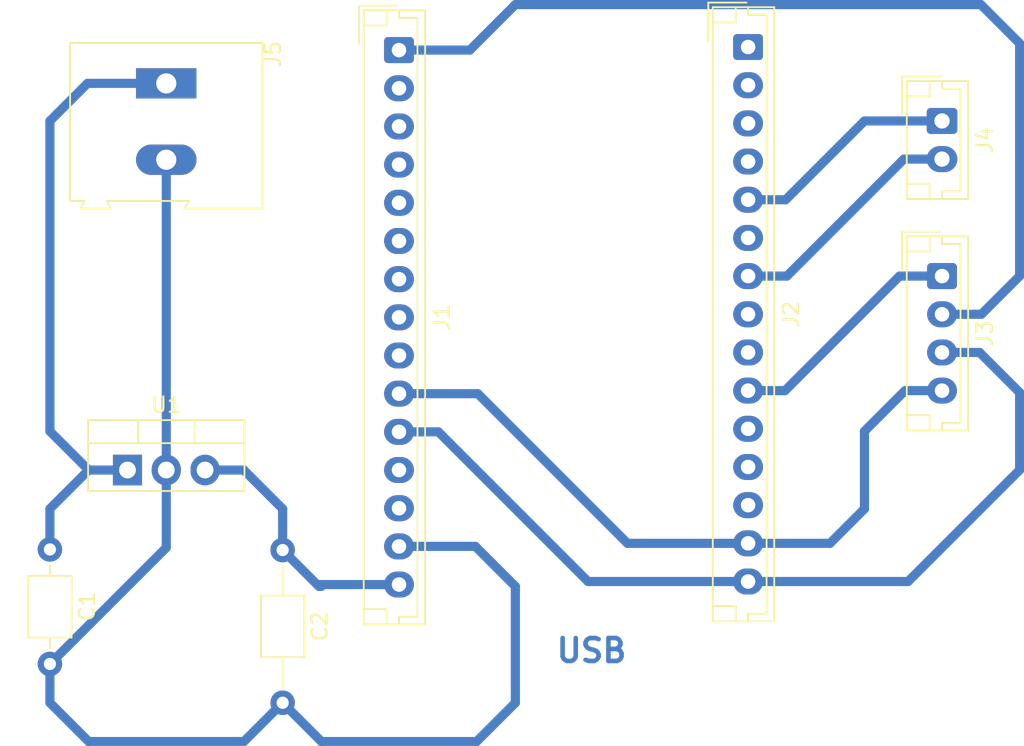
<source format=kicad_pcb>
(kicad_pcb (version 20221018) (generator pcbnew)
  (layers (0 "F.Cu" signal) (31 "B.Cu" signal) (34 "B.Paste" user) (35 "F.Paste" user) (36 "B.SilkS" user "B.Silkscreen") (37 "F.SilkS" user "F.Silkscreen") (38 "B.Mask" user) (39 "F.Mask" user) (44 "Edge.Cuts" user))
  (net 0 "")
  (net 1 "/+9V")
  (net 2 "/GND")
  (net 3 "/VIN")
  (net 4 "/A0")
  (net 5 "/G")
  (net 6 "/VU")
  (net 7 "/S3")
  (net 8 "/S2")
  (net 9 "/S1")
  (net 10 "/SC")
  (net 11 "/S0")
  (net 12 "/SK")
  (net 13 "/3V")
  (net 14 "/EN")
  (net 15 "/RST")
  (net 16 "/D0")
  (net 17 "/D1")
  (net 18 "/D2")
  (net 19 "/D3")
  (net 20 "/D4")
  (net 21 "/D5")
  (net 22 "/D6")
  (net 23 "/D7")
  (net 24 "/D8")
  (net 25 "/RX")
  (net 26 "/TX")
  (footprint "Connector_JST:JST_EH_B15B-EH-A_1x15_P2.50mm_Vertical" (layer "F.Cu") (at 142.24 73.9 -90)
    (fp_text reference "J2" (at 17.5 -2.8 90) (layer "F.SilkS"))
    (fp_text value "right")
    (fp_line (start -2.91 0.11) (end -2.91 2.61) (stroke (width 0.12)) (layer "F.SilkS"))
    (fp_line (start -2.91 2.61) (end -0.41 2.61) (stroke (width 0.12)) (layer "F.SilkS"))
    (fp_line (start -2.61 -1.71) (end -2.61 2.31) (stroke (width 0.12)) (layer "F.SilkS"))
    (fp_line (start -2.61 0) (end -2.11 0) (stroke (width 0.12)) (layer "F.SilkS"))
    (fp_line (start -2.61 0.81) (end -1.61 0.81) (stroke (width 0.12)) (layer "F.SilkS"))
    (fp_line (start -2.61 2.31) (end 37.61 2.31) (stroke (width 0.12)) (layer "F.SilkS"))
    (fp_line (start -2.11 -1.21) (end 37.11 -1.21) (stroke (width 0.12)) (layer "F.SilkS"))
    (fp_line (start -2.11 0) (end -2.11 -1.21) (stroke (width 0.12)) (layer "F.SilkS"))
    (fp_line (start -1.61 0.81) (end -1.61 2.31) (stroke (width 0.12)) (layer "F.SilkS"))
    (fp_line (start 36.61 0.81) (end 36.61 2.31) (stroke (width 0.12)) (layer "F.SilkS"))
    (fp_line (start 37.11 -1.21) (end 37.11 0) (stroke (width 0.12)) (layer "F.SilkS"))
    (fp_line (start 37.11 0) (end 37.61 0) (stroke (width 0.12)) (layer "F.SilkS"))
    (fp_line (start 37.61 -1.71) (end -2.61 -1.71) (stroke (width 0.12)) (layer "F.SilkS"))
    (fp_line (start 37.61 0.81) (end 36.61 0.81) (stroke (width 0.12)) (layer "F.SilkS"))
    (fp_line (start 37.61 2.31) (end 37.61 -1.71) (stroke (width 0.12)) (layer "F.SilkS"))
    (pad "1" thru_hole roundrect (at 0 0 270) (size 1.7 1.95) (drill 0.95) (layers "*.Cu" "*.Mask") (roundrect_rratio 0.147059) (net 16 "/D0"))
    (pad "2" thru_hole oval (at 2.5 0 270) (size 1.7 1.95) (drill 0.95) (layers "*.Cu" "*.Mask") (net 17 "/D1"))
    (pad "3" thru_hole oval (at 5 0 270) (size 1.7 1.95) (drill 0.95) (layers "*.Cu" "*.Mask") (net 18 "/D2"))
    (pad "4" thru_hole oval (at 7.5 0 270) (size 1.7 1.95) (drill 0.95) (layers "*.Cu" "*.Mask") (net 19 "/D3"))
    (pad "5" thru_hole oval (at 10 0 270) (size 1.7 1.95) (drill 0.95) (layers "*.Cu" "*.Mask") (net 20 "/D4"))
    (pad "6" thru_hole oval (at 12.5 0 270) (size 1.7 1.95) (drill 0.95) (layers "*.Cu" "*.Mask") (net 13 "/3V"))
    (pad "7" thru_hole oval (at 15 0 270) (size 1.7 1.95) (drill 0.95) (layers "*.Cu" "*.Mask") (net 2 "/GND"))
    (pad "8" thru_hole oval (at 17.5 0 270) (size 1.7 1.95) (drill 0.95) (layers "*.Cu" "*.Mask") (net 21 "/D5"))
    (pad "9" thru_hole oval (at 20 0 270) (size 1.7 1.95) (drill 0.95) (layers "*.Cu" "*.Mask") (net 22 "/D6"))
    (pad "10" thru_hole oval (at 22.5 0 270) (size 1.7 1.95) (drill 0.95) (layers "*.Cu" "*.Mask") (net 23 "/D7"))
    (pad "11" thru_hole oval (at 25 0 270) (size 1.7 1.95) (drill 0.95) (layers "*.Cu" "*.Mask") (net 24 "/D8"))
    (pad "12" thru_hole oval (at 27.5 0 270) (size 1.7 1.95) (drill 0.95) (layers "*.Cu" "*.Mask") (net 25 "/RX"))
    (pad "13" thru_hole oval (at 30 0 270) (size 1.7 1.95) (drill 0.95) (layers "*.Cu" "*.Mask") (net 26 "/TX"))
    (pad "14" thru_hole oval (at 32.5 0 270) (size 1.7 1.95) (drill 0.95) (layers "*.Cu" "*.Mask") (net 2 "/GND"))
    (pad "15" thru_hole oval (at 35 0 270) (size 1.7 1.95) (drill 0.95) (layers "*.Cu" "*.Mask") (net 13 "/3V"))
  )
  (footprint "Capacitor_THT:C_Axial_L3.8mm_D2.6mm_P10.00mm_Horizontal" (layer "F.Cu") (at 111.76 106.84 -90)
    (fp_text reference "C2" (at 5 -2.42 90) (layer "F.SilkS"))
    (fp_text value "0.1u")
    (fp_line (start 1.04 0) (end 2.98 0) (stroke (width 0.12)) (layer "F.SilkS"))
    (fp_line (start 2.98 -1.42) (end 2.98 1.42) (stroke (width 0.12)) (layer "F.SilkS"))
    (fp_line (start 2.98 1.42) (end 7.02 1.42) (stroke (width 0.12)) (layer "F.SilkS"))
    (fp_line (start 7.02 -1.42) (end 2.98 -1.42) (stroke (width 0.12)) (layer "F.SilkS"))
    (fp_line (start 7.02 1.42) (end 7.02 -1.42) (stroke (width 0.12)) (layer "F.SilkS"))
    (fp_line (start 8.96 0) (end 7.02 0) (stroke (width 0.12)) (layer "F.SilkS"))
    (pad "1" thru_hole circle (at 0 0 270) (size 1.6 1.6) (drill 0.8) (layers "*.Cu" "*.Mask") (net 3 "/VIN"))
    (pad "2" thru_hole oval (at 10 0 270) (size 1.6 1.6) (drill 0.8) (layers "*.Cu" "*.Mask") (net 2 "/GND"))
  )
  (footprint "Capacitor_THT:C_Axial_L3.8mm_D2.6mm_P7.50mm_Horizontal" (layer "F.Cu") (at 96.52 106.8 -90)
    (fp_text reference "C1" (at 3.75 -2.42 90) (layer "F.SilkS"))
    (fp_text value "0.22u")
    (fp_line (start 1.04 0) (end 1.73 0) (stroke (width 0.12)) (layer "F.SilkS"))
    (fp_line (start 1.73 -1.42) (end 1.73 1.42) (stroke (width 0.12)) (layer "F.SilkS"))
    (fp_line (start 1.73 1.42) (end 5.77 1.42) (stroke (width 0.12)) (layer "F.SilkS"))
    (fp_line (start 5.77 -1.42) (end 1.73 -1.42) (stroke (width 0.12)) (layer "F.SilkS"))
    (fp_line (start 5.77 1.42) (end 5.77 -1.42) (stroke (width 0.12)) (layer "F.SilkS"))
    (fp_line (start 6.46 0) (end 5.77 0) (stroke (width 0.12)) (layer "F.SilkS"))
    (pad "1" thru_hole circle (at 0 0 270) (size 1.6 1.6) (drill 0.8) (layers "*.Cu" "*.Mask") (net 1 "/+9V"))
    (pad "2" thru_hole oval (at 7.5 0 270) (size 1.6 1.6) (drill 0.8) (layers "*.Cu" "*.Mask") (net 2 "/GND"))
  )
  (footprint "Connector_JST:JST_EH_B15B-EH-A_1x15_P2.50mm_Vertical" (layer "F.Cu") (at 119.38 74.1 -90)
    (fp_text reference "J1" (at 17.5 -2.8 90) (layer "F.SilkS"))
    (fp_text value "left")
    (fp_line (start -2.91 0.11) (end -2.91 2.61) (stroke (width 0.12)) (layer "F.SilkS"))
    (fp_line (start -2.91 2.61) (end -0.41 2.61) (stroke (width 0.12)) (layer "F.SilkS"))
    (fp_line (start -2.61 -1.71) (end -2.61 2.31) (stroke (width 0.12)) (layer "F.SilkS"))
    (fp_line (start -2.61 0) (end -2.11 0) (stroke (width 0.12)) (layer "F.SilkS"))
    (fp_line (start -2.61 0.81) (end -1.61 0.81) (stroke (width 0.12)) (layer "F.SilkS"))
    (fp_line (start -2.61 2.31) (end 37.61 2.31) (stroke (width 0.12)) (layer "F.SilkS"))
    (fp_line (start -2.11 -1.21) (end 37.11 -1.21) (stroke (width 0.12)) (layer "F.SilkS"))
    (fp_line (start -2.11 0) (end -2.11 -1.21) (stroke (width 0.12)) (layer "F.SilkS"))
    (fp_line (start -1.61 0.81) (end -1.61 2.31) (stroke (width 0.12)) (layer "F.SilkS"))
    (fp_line (start 36.61 0.81) (end 36.61 2.31) (stroke (width 0.12)) (layer "F.SilkS"))
    (fp_line (start 37.11 -1.21) (end 37.11 0) (stroke (width 0.12)) (layer "F.SilkS"))
    (fp_line (start 37.11 0) (end 37.61 0) (stroke (width 0.12)) (layer "F.SilkS"))
    (fp_line (start 37.61 -1.71) (end -2.61 -1.71) (stroke (width 0.12)) (layer "F.SilkS"))
    (fp_line (start 37.61 0.81) (end 36.61 0.81) (stroke (width 0.12)) (layer "F.SilkS"))
    (fp_line (start 37.61 2.31) (end 37.61 -1.71) (stroke (width 0.12)) (layer "F.SilkS"))
    (pad "1" thru_hole roundrect (at 0 0 270) (size 1.7 1.95) (drill 0.95) (layers "*.Cu" "*.Mask") (roundrect_rratio 0.147059) (net 4 "/A0"))
    (pad "2" thru_hole oval (at 2.5 0 270) (size 1.7 1.95) (drill 0.95) (layers "*.Cu" "*.Mask") (net 5 "/G"))
    (pad "3" thru_hole oval (at 5 0 270) (size 1.7 1.95) (drill 0.95) (layers "*.Cu" "*.Mask") (net 6 "/VU"))
    (pad "4" thru_hole oval (at 7.5 0 270) (size 1.7 1.95) (drill 0.95) (layers "*.Cu" "*.Mask") (net 7 "/S3"))
    (pad "5" thru_hole oval (at 10 0 270) (size 1.7 1.95) (drill 0.95) (layers "*.Cu" "*.Mask") (net 8 "/S2"))
    (pad "6" thru_hole oval (at 12.5 0 270) (size 1.7 1.95) (drill 0.95) (layers "*.Cu" "*.Mask") (net 9 "/S1"))
    (pad "7" thru_hole oval (at 15 0 270) (size 1.7 1.95) (drill 0.95) (layers "*.Cu" "*.Mask") (net 10 "/SC"))
    (pad "8" thru_hole oval (at 17.5 0 270) (size 1.7 1.95) (drill 0.95) (layers "*.Cu" "*.Mask") (net 11 "/S0"))
    (pad "9" thru_hole oval (at 20 0 270) (size 1.7 1.95) (drill 0.95) (layers "*.Cu" "*.Mask") (net 12 "/SK"))
    (pad "10" thru_hole oval (at 22.5 0 270) (size 1.7 1.95) (drill 0.95) (layers "*.Cu" "*.Mask") (net 2 "/GND"))
    (pad "11" thru_hole oval (at 25 0 270) (size 1.7 1.95) (drill 0.95) (layers "*.Cu" "*.Mask") (net 13 "/3V"))
    (pad "12" thru_hole oval (at 27.5 0 270) (size 1.7 1.95) (drill 0.95) (layers "*.Cu" "*.Mask") (net 14 "/EN"))
    (pad "13" thru_hole oval (at 30 0 270) (size 1.7 1.95) (drill 0.95) (layers "*.Cu" "*.Mask") (net 15 "/RST"))
    (pad "14" thru_hole oval (at 32.5 0 270) (size 1.7 1.95) (drill 0.95) (layers "*.Cu" "*.Mask") (net 2 "/GND"))
    (pad "15" thru_hole oval (at 35 0 270) (size 1.7 1.95) (drill 0.95) (layers "*.Cu" "*.Mask") (net 3 "/VIN"))
  )
  (footprint "Package_TO_SOT_THT:TO-220-3_Vertical" (layer "F.Cu") (at 101.6 101.6)
    (fp_text reference "U1" (at 2.54 -4.27) (layer "F.SilkS"))
    (fp_text value "LM7805_TO220")
    (fp_line (start -2.58 -3.27) (end -2.58 1.371) (stroke (width 0.12)) (layer "F.SilkS"))
    (fp_line (start -2.58 -3.27) (end 7.66 -3.27) (stroke (width 0.12)) (layer "F.SilkS"))
    (fp_line (start -2.58 -1.76) (end 7.66 -1.76) (stroke (width 0.12)) (layer "F.SilkS"))
    (fp_line (start -2.58 1.371) (end 7.66 1.371) (stroke (width 0.12)) (layer "F.SilkS"))
    (fp_line (start 0.69 -3.27) (end 0.69 -1.76) (stroke (width 0.12)) (layer "F.SilkS"))
    (fp_line (start 4.391 -3.27) (end 4.391 -1.76) (stroke (width 0.12)) (layer "F.SilkS"))
    (fp_line (start 7.66 -3.27) (end 7.66 1.371) (stroke (width 0.12)) (layer "F.SilkS"))
    (pad "1" thru_hole rect (at 0 0) (size 1.905 2) (drill 1.1) (layers "*.Cu" "*.Mask") (net 1 "/+9V"))
    (pad "2" thru_hole oval (at 2.54 0) (size 1.905 2) (drill 1.1) (layers "*.Cu" "*.Mask") (net 2 "/GND"))
    (pad "3" thru_hole oval (at 5.08 0) (size 1.905 2) (drill 1.1) (layers "*.Cu" "*.Mask") (net 3 "/VIN"))
  )
  (footprint "TerminalBlock:TerminalBlock_Altech_AK300-2_P5.00mm" (layer "F.Cu") (at 104.14 76.28 -90)
    (fp_text reference "J5" (at -1.92 -6.99 90) (layer "F.SilkS"))
    (fp_text value "Battery")
    (fp_line (start -2.65 -6.3) (end -2.65 6.3) (stroke (width 0.12)) (layer "F.SilkS"))
    (fp_line (start -2.65 6.3) (end 7.7 6.3) (stroke (width 0.12)) (layer "F.SilkS"))
    (fp_line (start 7.7 -1.5) (end 8.2 -1.2) (stroke (width 0.12)) (layer "F.SilkS"))
    (fp_line (start 7.7 3.9) (end 7.7 -1.5) (stroke (width 0.12)) (layer "F.SilkS"))
    (fp_line (start 7.7 5.35) (end 8.2 5.6) (stroke (width 0.12)) (layer "F.SilkS"))
    (fp_line (start 7.7 6.3) (end 7.7 5.35) (stroke (width 0.12)) (layer "F.SilkS"))
    (fp_line (start 8.2 -6.3) (end -2.65 -6.3) (stroke (width 0.12)) (layer "F.SilkS"))
    (fp_line (start 8.2 -1.2) (end 8.2 -6.3) (stroke (width 0.12)) (layer "F.SilkS"))
    (fp_line (start 8.2 3.65) (end 7.7 3.9) (stroke (width 0.12)) (layer "F.SilkS"))
    (fp_line (start 8.2 3.7) (end 8.2 3.65) (stroke (width 0.12)) (layer "F.SilkS"))
    (fp_line (start 8.2 5.6) (end 8.2 3.7) (stroke (width 0.12)) (layer "F.SilkS"))
    (pad "1" thru_hole rect (at 0 0 270) (size 1.98 3.96) (drill 1.32) (layers "*.Cu" "*.Mask") (net 1 "/+9V"))
    (pad "2" thru_hole oval (at 5 0 270) (size 1.98 3.96) (drill 1.32) (layers "*.Cu" "*.Mask") (net 2 "/GND"))
  )
  (footprint "Connector_JST:JST_EH_B2B-EH-A_1x02_P2.50mm_Vertical" (layer "F.Cu") (at 154.94 78.74 -90)
    (fp_text reference "J4" (at 1.25 -2.8 90) (layer "F.SilkS"))
    (fp_text value "Button")
    (fp_line (start -2.91 0.11) (end -2.91 2.61) (stroke (width 0.12)) (layer "F.SilkS"))
    (fp_line (start -2.91 2.61) (end -0.41 2.61) (stroke (width 0.12)) (layer "F.SilkS"))
    (fp_line (start -2.61 -1.71) (end -2.61 2.31) (stroke (width 0.12)) (layer "F.SilkS"))
    (fp_line (start -2.61 0) (end -2.11 0) (stroke (width 0.12)) (layer "F.SilkS"))
    (fp_line (start -2.61 0.81) (end -1.61 0.81) (stroke (width 0.12)) (layer "F.SilkS"))
    (fp_line (start -2.61 2.31) (end 5.11 2.31) (stroke (width 0.12)) (layer "F.SilkS"))
    (fp_line (start -2.11 -1.21) (end 4.61 -1.21) (stroke (width 0.12)) (layer "F.SilkS"))
    (fp_line (start -2.11 0) (end -2.11 -1.21) (stroke (width 0.12)) (layer "F.SilkS"))
    (fp_line (start -1.61 0.81) (end -1.61 2.31) (stroke (width 0.12)) (layer "F.SilkS"))
    (fp_line (start 4.11 0.81) (end 4.11 2.31) (stroke (width 0.12)) (layer "F.SilkS"))
    (fp_line (start 4.61 -1.21) (end 4.61 0) (stroke (width 0.12)) (layer "F.SilkS"))
    (fp_line (start 4.61 0) (end 5.11 0) (stroke (width 0.12)) (layer "F.SilkS"))
    (fp_line (start 5.11 -1.71) (end -2.61 -1.71) (stroke (width 0.12)) (layer "F.SilkS"))
    (fp_line (start 5.11 0.81) (end 4.11 0.81) (stroke (width 0.12)) (layer "F.SilkS"))
    (fp_line (start 5.11 2.31) (end 5.11 -1.71) (stroke (width 0.12)) (layer "F.SilkS"))
    (pad "1" thru_hole roundrect (at 0 0 270) (size 1.7 2) (drill 1) (layers "*.Cu" "*.Mask") (roundrect_rratio 0.147059) (net 20 "/D4"))
    (pad "2" thru_hole oval (at 2.5 0 270) (size 1.7 2) (drill 1) (layers "*.Cu" "*.Mask") (net 2 "/GND"))
  )
  (footprint "Connector_JST:JST_EH_B4B-EH-A_1x04_P2.50mm_Vertical" (layer "F.Cu") (at 154.94 88.9 -90)
    (fp_text reference "J3" (at 3.75 -2.8 90) (layer "F.SilkS"))
    (fp_text value "MQ3")
    (fp_line (start -2.91 0.11) (end -2.91 2.61) (stroke (width 0.12)) (layer "F.SilkS"))
    (fp_line (start -2.91 2.61) (end -0.41 2.61) (stroke (width 0.12)) (layer "F.SilkS"))
    (fp_line (start -2.61 -1.71) (end -2.61 2.31) (stroke (width 0.12)) (layer "F.SilkS"))
    (fp_line (start -2.61 0) (end -2.11 0) (stroke (width 0.12)) (layer "F.SilkS"))
    (fp_line (start -2.61 0.81) (end -1.61 0.81) (stroke (width 0.12)) (layer "F.SilkS"))
    (fp_line (start -2.61 2.31) (end 10.11 2.31) (stroke (width 0.12)) (layer "F.SilkS"))
    (fp_line (start -2.11 -1.21) (end 9.61 -1.21) (stroke (width 0.12)) (layer "F.SilkS"))
    (fp_line (start -2.11 0) (end -2.11 -1.21) (stroke (width 0.12)) (layer "F.SilkS"))
    (fp_line (start -1.61 0.81) (end -1.61 2.31) (stroke (width 0.12)) (layer "F.SilkS"))
    (fp_line (start 9.11 0.81) (end 9.11 2.31) (stroke (width 0.12)) (layer "F.SilkS"))
    (fp_line (start 9.61 -1.21) (end 9.61 0) (stroke (width 0.12)) (layer "F.SilkS"))
    (fp_line (start 9.61 0) (end 10.11 0) (stroke (width 0.12)) (layer "F.SilkS"))
    (fp_line (start 10.11 -1.71) (end -2.61 -1.71) (stroke (width 0.12)) (layer "F.SilkS"))
    (fp_line (start 10.11 0.81) (end 9.11 0.81) (stroke (width 0.12)) (layer "F.SilkS"))
    (fp_line (start 10.11 2.31) (end 10.11 -1.71) (stroke (width 0.12)) (layer "F.SilkS"))
    (pad "1" thru_hole roundrect (at 0 0 270) (size 1.7 1.95) (drill 0.95) (layers "*.Cu" "*.Mask") (roundrect_rratio 0.147059) (net 23 "/D7"))
    (pad "2" thru_hole oval (at 2.5 0 270) (size 1.7 1.95) (drill 0.95) (layers "*.Cu" "*.Mask") (net 4 "/A0"))
    (pad "3" thru_hole oval (at 5 0 270) (size 1.7 1.95) (drill 0.95) (layers "*.Cu" "*.Mask") (net 13 "/3V"))
    (pad "4" thru_hole oval (at 7.5 0 270) (size 1.7 1.95) (drill 0.95) (layers "*.Cu" "*.Mask") (net 2 "/GND"))
  )
  (gr_text "USB\n" (at 129.54 114.3) (layer "B.Cu") (effects (font (size 1.5 1.5) (thickness 0.3) bold) (justify left bottom)))
  (segment (start 104.14 76.28) (end 98.98 76.28) (width 0.6) (layer "B.Cu") (net 1))
  (segment (start 96.52 104.14) (end 99.06 101.6) (width 0.6) (layer "B.Cu") (net 1))
  (segment (start 96.52 78.74) (end 96.52 99.06) (width 0.6) (layer "B.Cu") (net 1))
  (segment (start 96.52 99.06) (end 99.06 101.6) (width 0.6) (layer "B.Cu") (net 1))
  (segment (start 99.06 101.6) (end 101.6 101.6) (width 0.6) (layer "B.Cu") (net 1))
  (segment (start 98.98 76.28) (end 96.52 78.74) (width 0.6) (layer "B.Cu") (net 1))
  (segment (start 96.52 106.8) (end 96.52 104.14) (width 0.6) (layer "B.Cu") (net 1))
  (segment (start 111.76 116.84) (end 114.3 119.38) (width 0.6) (layer "B.Cu") (net 2))
  (segment (start 104.14 106.68) (end 96.52 114.3) (width 0.6) (layer "B.Cu") (net 2))
  (segment (start 114.3 119.38) (end 124.46 119.38) (width 0.6) (layer "B.Cu") (net 2))
  (segment (start 152.44 81.24) (end 144.78 88.9) (width 0.6) (layer "B.Cu") (net 2))
  (segment (start 127 109.22) (end 124.38 106.6) (width 0.6) (layer "B.Cu") (net 2))
  (segment (start 104.14 81.28) (end 104.14 101.6) (width 0.6) (layer "B.Cu") (net 2))
  (segment (start 104.14 101.6) (end 104.14 106.68) (width 0.6) (layer "B.Cu") (net 2))
  (segment (start 99.06 119.38) (end 109.22 119.38) (width 0.6) (layer "B.Cu") (net 2))
  (segment (start 147.6 106.4) (end 142.24 106.4) (width 0.6) (layer "B.Cu") (net 2))
  (segment (start 134.34 106.4) (end 124.54 96.6) (width 0.6) (layer "B.Cu") (net 2))
  (segment (start 152.52 96.4) (end 149.86 99.06) (width 0.6) (layer "B.Cu") (net 2))
  (segment (start 109.22 119.38) (end 111.76 116.84) (width 0.6) (layer "B.Cu") (net 2))
  (segment (start 124.46 119.38) (end 127 116.84) (width 0.6) (layer "B.Cu") (net 2))
  (segment (start 96.52 114.3) (end 96.52 116.84) (width 0.6) (layer "B.Cu") (net 2))
  (segment (start 124.38 106.6) (end 119.38 106.6) (width 0.6) (layer "B.Cu") (net 2))
  (segment (start 124.54 96.6) (end 119.38 96.6) (width 0.6) (layer "B.Cu") (net 2))
  (segment (start 142.24 106.4) (end 134.34 106.4) (width 0.6) (layer "B.Cu") (net 2))
  (segment (start 127 116.84) (end 127 109.22) (width 0.6) (layer "B.Cu") (net 2))
  (segment (start 96.52 116.84) (end 99.06 119.38) (width 0.6) (layer "B.Cu") (net 2))
  (segment (start 154.94 96.4) (end 152.52 96.4) (width 0.6) (layer "B.Cu") (net 2))
  (segment (start 144.78 88.9) (end 142.24 88.9) (width 0.6) (layer "B.Cu") (net 2))
  (segment (start 149.86 99.06) (end 149.86 104.14) (width 0.6) (layer "B.Cu") (net 2))
  (segment (start 149.86 104.14) (end 147.6 106.4) (width 0.6) (layer "B.Cu") (net 2))
  (segment (start 154.94 81.24) (end 152.44 81.24) (width 0.6) (layer "B.Cu") (net 2))
  (segment (start 111.76 104.14) (end 111.76 106.84) (width 0.6) (layer "B.Cu") (net 3))
  (segment (start 109.22 101.6) (end 111.76 104.14) (width 0.6) (layer "B.Cu") (net 3))
  (segment (start 111.76 106.84) (end 114.14 109.22) (width 0.6) (layer "B.Cu") (net 3))
  (segment (start 114.26 109.1) (end 119.38 109.1) (width 0.6) (layer "B.Cu") (net 3))
  (segment (start 114.3 109.22) (end 114.14 109.22) (width 0.6) (layer "B.Cu") (net 3))
  (segment (start 106.68 101.6) (end 109.22 101.6) (width 0.6) (layer "B.Cu") (net 3))
  (segment (start 114.14 109.22) (end 114.26 109.1) (width 0.6) (layer "B.Cu") (net 3))
  (segment (start 127 71.12) (end 124.02 74.1) (width 0.6) (layer "B.Cu") (net 4))
  (segment (start 124.02 74.1) (end 119.38 74.1) (width 0.6) (layer "B.Cu") (net 4))
  (segment (start 160.02 88.9) (end 160.02 73.66) (width 0.6) (layer "B.Cu") (net 4))
  (segment (start 157.48 71.12) (end 127 71.12) (width 0.6) (layer "B.Cu") (net 4))
  (segment (start 154.94 91.4) (end 157.52 91.4) (width 0.6) (layer "B.Cu") (net 4))
  (segment (start 160.02 73.66) (end 157.48 71.12) (width 0.6) (layer "B.Cu") (net 4))
  (segment (start 157.52 91.4) (end 160.02 88.9) (width 0.6) (layer "B.Cu") (net 4))
  (segment (start 160.02 101.6) (end 160.02 96.52) (width 0.6) (layer "B.Cu") (net 13))
  (segment (start 157.4 93.9) (end 154.94 93.9) (width 0.6) (layer "B.Cu") (net 13))
  (segment (start 131.76 108.9) (end 121.96 99.1) (width 0.6) (layer "B.Cu") (net 13))
  (segment (start 121.96 99.1) (end 119.38 99.1) (width 0.6) (layer "B.Cu") (net 13))
  (segment (start 160.02 96.52) (end 157.4 93.9) (width 0.6) (layer "B.Cu") (net 13))
  (segment (start 142.24 108.9) (end 152.72 108.9) (width 0.6) (layer "B.Cu") (net 13))
  (segment (start 142.24 108.9) (end 131.76 108.9) (width 0.6) (layer "B.Cu") (net 13))
  (segment (start 152.72 108.9) (end 160.02 101.6) (width 0.6) (layer "B.Cu") (net 13))
  (segment (start 149.86 78.74) (end 144.7 83.9) (width 0.6) (layer "B.Cu") (net 20))
  (segment (start 154.94 78.74) (end 149.86 78.74) (width 0.6) (layer "B.Cu") (net 20))
  (segment (start 144.7 83.9) (end 142.24 83.9) (width 0.6) (layer "B.Cu") (net 20))
  (segment (start 144.66 96.4) (end 142.24 96.4) (width 0.6) (layer "B.Cu") (net 23))
  (segment (start 152.16 88.9) (end 144.66 96.4) (width 0.6) (layer "B.Cu") (net 23))
  (segment (start 154.94 88.9) (end 152.16 88.9) (width 0.6) (layer "B.Cu") (net 23))
)
</source>
